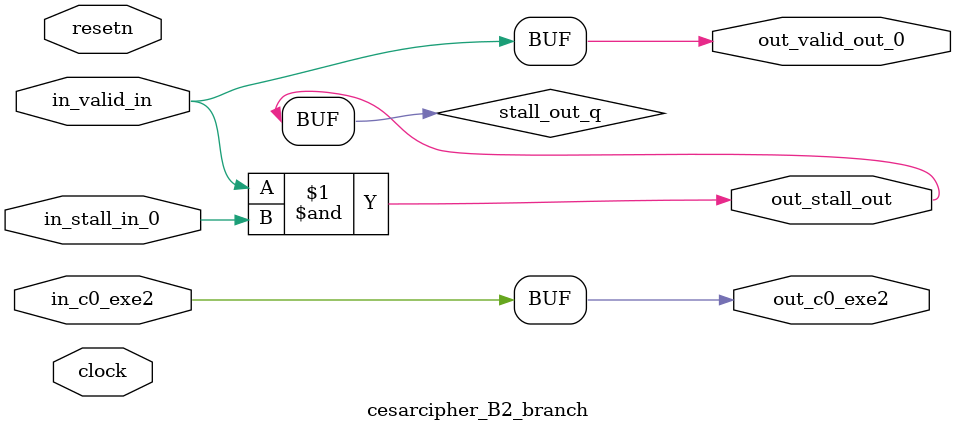
<source format=sv>



(* altera_attribute = "-name AUTO_SHIFT_REGISTER_RECOGNITION OFF; -name MESSAGE_DISABLE 10036; -name MESSAGE_DISABLE 10037; -name MESSAGE_DISABLE 14130; -name MESSAGE_DISABLE 14320; -name MESSAGE_DISABLE 15400; -name MESSAGE_DISABLE 14130; -name MESSAGE_DISABLE 10036; -name MESSAGE_DISABLE 12020; -name MESSAGE_DISABLE 12030; -name MESSAGE_DISABLE 12010; -name MESSAGE_DISABLE 12110; -name MESSAGE_DISABLE 14320; -name MESSAGE_DISABLE 13410; -name MESSAGE_DISABLE 113007; -name MESSAGE_DISABLE 10958" *)
module cesarcipher_B2_branch (
    input wire [0:0] in_c0_exe2,
    input wire [0:0] in_stall_in_0,
    input wire [0:0] in_valid_in,
    output wire [0:0] out_c0_exe2,
    output wire [0:0] out_stall_out,
    output wire [0:0] out_valid_out_0,
    input wire clock,
    input wire resetn
    );

    wire [0:0] stall_out_q;


    // out_c0_exe2(GPOUT,5)
    assign out_c0_exe2 = in_c0_exe2;

    // stall_out(LOGICAL,8)
    assign stall_out_q = in_valid_in & in_stall_in_0;

    // out_stall_out(GPOUT,6)
    assign out_stall_out = stall_out_q;

    // out_valid_out_0(GPOUT,7)
    assign out_valid_out_0 = in_valid_in;

endmodule

</source>
